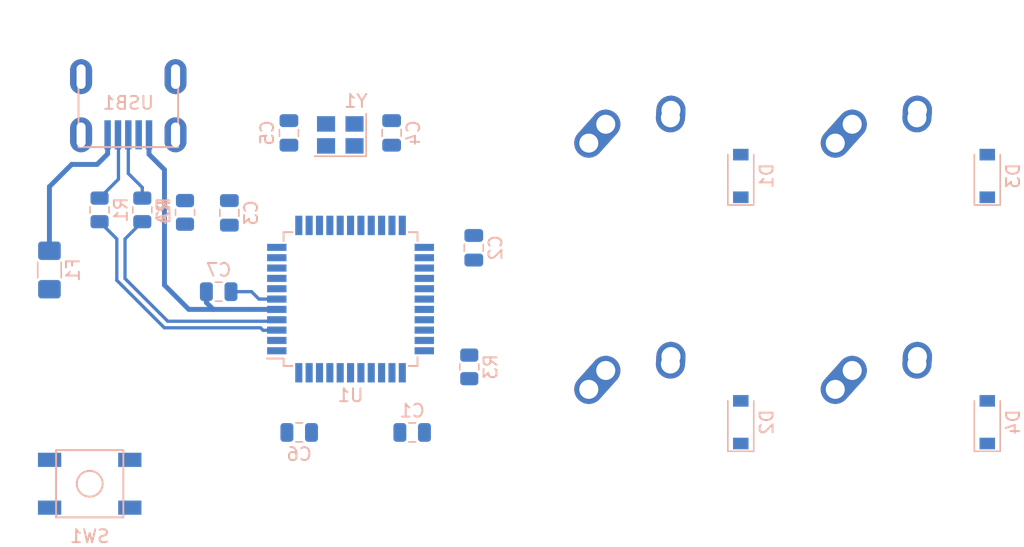
<source format=kicad_pcb>
(kicad_pcb (version 20171130) (host pcbnew "(5.1.10)-1")

  (general
    (thickness 1.6)
    (drawings 8)
    (tracks 34)
    (zones 0)
    (modules 24)
    (nets 49)
  )

  (page A4)
  (layers
    (0 F.Cu signal)
    (31 B.Cu signal)
    (32 B.Adhes user)
    (33 F.Adhes user)
    (34 B.Paste user)
    (35 F.Paste user)
    (36 B.SilkS user)
    (37 F.SilkS user)
    (38 B.Mask user)
    (39 F.Mask user)
    (40 Dwgs.User user)
    (41 Cmts.User user)
    (42 Eco1.User user)
    (43 Eco2.User user)
    (44 Edge.Cuts user)
    (45 Margin user)
    (46 B.CrtYd user)
    (47 F.CrtYd user)
    (48 B.Fab user)
    (49 F.Fab user)
  )

  (setup
    (last_trace_width 0.254)
    (trace_clearance 0.2)
    (zone_clearance 0.508)
    (zone_45_only no)
    (trace_min 0.2)
    (via_size 0.8)
    (via_drill 0.4)
    (via_min_size 0.4)
    (via_min_drill 0.3)
    (uvia_size 0.3)
    (uvia_drill 0.1)
    (uvias_allowed no)
    (uvia_min_size 0.2)
    (uvia_min_drill 0.1)
    (edge_width 0.05)
    (segment_width 0.2)
    (pcb_text_width 0.3)
    (pcb_text_size 1.5 1.5)
    (mod_edge_width 0.12)
    (mod_text_size 1 1)
    (mod_text_width 0.15)
    (pad_size 1.524 1.524)
    (pad_drill 0.762)
    (pad_to_mask_clearance 0)
    (aux_axis_origin 0 0)
    (visible_elements FFFFFF7F)
    (pcbplotparams
      (layerselection 0x010fc_ffffffff)
      (usegerberextensions false)
      (usegerberattributes true)
      (usegerberadvancedattributes true)
      (creategerberjobfile true)
      (excludeedgelayer true)
      (linewidth 0.100000)
      (plotframeref false)
      (viasonmask false)
      (mode 1)
      (useauxorigin false)
      (hpglpennumber 1)
      (hpglpenspeed 20)
      (hpglpendiameter 15.000000)
      (psnegative false)
      (psa4output false)
      (plotreference true)
      (plotvalue true)
      (plotinvisibletext false)
      (padsonsilk false)
      (subtractmaskfromsilk false)
      (outputformat 1)
      (mirror false)
      (drillshape 1)
      (scaleselection 1)
      (outputdirectory ""))
  )

  (net 0 "")
  (net 1 GND)
  (net 2 +5V)
  (net 3 "Net-(C4-Pad1)")
  (net 4 "Net-(C5-Pad1)")
  (net 5 "Net-(C7-Pad1)")
  (net 6 "Net-(D1-Pad2)")
  (net 7 ROW0)
  (net 8 "Net-(D2-Pad2)")
  (net 9 ROW1)
  (net 10 "Net-(D3-Pad2)")
  (net 11 "Net-(D4-Pad2)")
  (net 12 VCC)
  (net 13 COL0)
  (net 14 COL1)
  (net 15 D-)
  (net 16 "Net-(R1-Pad1)")
  (net 17 D+)
  (net 18 "Net-(R2-Pad1)")
  (net 19 "Net-(R3-Pad2)")
  (net 20 "Net-(R4-Pad2)")
  (net 21 "Net-(U1-Pad42)")
  (net 22 "Net-(U1-Pad41)")
  (net 23 "Net-(U1-Pad40)")
  (net 24 "Net-(U1-Pad39)")
  (net 25 "Net-(U1-Pad38)")
  (net 26 "Net-(U1-Pad37)")
  (net 27 "Net-(U1-Pad36)")
  (net 28 "Net-(U1-Pad32)")
  (net 29 "Net-(U1-Pad31)")
  (net 30 "Net-(U1-Pad30)")
  (net 31 "Net-(U1-Pad29)")
  (net 32 "Net-(U1-Pad28)")
  (net 33 "Net-(U1-Pad27)")
  (net 34 "Net-(U1-Pad26)")
  (net 35 "Net-(U1-Pad25)")
  (net 36 "Net-(U1-Pad22)")
  (net 37 "Net-(U1-Pad21)")
  (net 38 "Net-(U1-Pad20)")
  (net 39 "Net-(U1-Pad19)")
  (net 40 "Net-(U1-Pad18)")
  (net 41 "Net-(U1-Pad12)")
  (net 42 "Net-(U1-Pad11)")
  (net 43 "Net-(U1-Pad10)")
  (net 44 "Net-(U1-Pad9)")
  (net 45 "Net-(U1-Pad8)")
  (net 46 "Net-(U1-Pad1)")
  (net 47 "Net-(USB1-Pad2)")
  (net 48 "Net-(USB1-Pad6)")

  (net_class Default "This is the default net class."
    (clearance 0.2)
    (trace_width 0.254)
    (via_dia 0.8)
    (via_drill 0.4)
    (uvia_dia 0.3)
    (uvia_drill 0.1)
    (add_net COL0)
    (add_net COL1)
    (add_net D+)
    (add_net D-)
    (add_net "Net-(C4-Pad1)")
    (add_net "Net-(C5-Pad1)")
    (add_net "Net-(C7-Pad1)")
    (add_net "Net-(D1-Pad2)")
    (add_net "Net-(D2-Pad2)")
    (add_net "Net-(D3-Pad2)")
    (add_net "Net-(D4-Pad2)")
    (add_net "Net-(R1-Pad1)")
    (add_net "Net-(R2-Pad1)")
    (add_net "Net-(R3-Pad2)")
    (add_net "Net-(R4-Pad2)")
    (add_net "Net-(U1-Pad1)")
    (add_net "Net-(U1-Pad10)")
    (add_net "Net-(U1-Pad11)")
    (add_net "Net-(U1-Pad12)")
    (add_net "Net-(U1-Pad18)")
    (add_net "Net-(U1-Pad19)")
    (add_net "Net-(U1-Pad20)")
    (add_net "Net-(U1-Pad21)")
    (add_net "Net-(U1-Pad22)")
    (add_net "Net-(U1-Pad25)")
    (add_net "Net-(U1-Pad26)")
    (add_net "Net-(U1-Pad27)")
    (add_net "Net-(U1-Pad28)")
    (add_net "Net-(U1-Pad29)")
    (add_net "Net-(U1-Pad30)")
    (add_net "Net-(U1-Pad31)")
    (add_net "Net-(U1-Pad32)")
    (add_net "Net-(U1-Pad36)")
    (add_net "Net-(U1-Pad37)")
    (add_net "Net-(U1-Pad38)")
    (add_net "Net-(U1-Pad39)")
    (add_net "Net-(U1-Pad40)")
    (add_net "Net-(U1-Pad41)")
    (add_net "Net-(U1-Pad42)")
    (add_net "Net-(U1-Pad8)")
    (add_net "Net-(U1-Pad9)")
    (add_net "Net-(USB1-Pad2)")
    (add_net "Net-(USB1-Pad6)")
    (add_net ROW0)
    (add_net ROW1)
  )

  (net_class Power ""
    (clearance 0.2)
    (trace_width 0.381)
    (via_dia 0.8)
    (via_drill 0.4)
    (uvia_dia 0.3)
    (uvia_drill 0.1)
    (add_net +5V)
    (add_net GND)
    (add_net VCC)
  )

  (module Crystal:Crystal_SMD_3225-4Pin_3.2x2.5mm (layer B.Cu) (tedit 5A0FD1B2) (tstamp 650E2601)
    (at 67.5005 55.499 180)
    (descr "SMD Crystal SERIES SMD3225/4 http://www.txccrystal.com/images/pdf/7m-accuracy.pdf, 3.2x2.5mm^2 package")
    (tags "SMD SMT crystal")
    (path /650F9644)
    (attr smd)
    (fp_text reference Y1 (at -1.19375 2.62) (layer B.SilkS)
      (effects (font (size 1 1) (thickness 0.15)) (justify mirror))
    )
    (fp_text value 16MHz (at 0 -2.45) (layer B.Fab)
      (effects (font (size 1 1) (thickness 0.15)) (justify mirror))
    )
    (fp_text user %R (at 0 0) (layer B.Fab)
      (effects (font (size 0.7 0.7) (thickness 0.105)) (justify mirror))
    )
    (fp_line (start -1.6 1.25) (end -1.6 -1.25) (layer B.Fab) (width 0.1))
    (fp_line (start -1.6 -1.25) (end 1.6 -1.25) (layer B.Fab) (width 0.1))
    (fp_line (start 1.6 -1.25) (end 1.6 1.25) (layer B.Fab) (width 0.1))
    (fp_line (start 1.6 1.25) (end -1.6 1.25) (layer B.Fab) (width 0.1))
    (fp_line (start -1.6 -0.25) (end -0.6 -1.25) (layer B.Fab) (width 0.1))
    (fp_line (start -2 1.65) (end -2 -1.65) (layer B.SilkS) (width 0.12))
    (fp_line (start -2 -1.65) (end 2 -1.65) (layer B.SilkS) (width 0.12))
    (fp_line (start -2.1 1.7) (end -2.1 -1.7) (layer B.CrtYd) (width 0.05))
    (fp_line (start -2.1 -1.7) (end 2.1 -1.7) (layer B.CrtYd) (width 0.05))
    (fp_line (start 2.1 -1.7) (end 2.1 1.7) (layer B.CrtYd) (width 0.05))
    (fp_line (start 2.1 1.7) (end -2.1 1.7) (layer B.CrtYd) (width 0.05))
    (pad 4 smd rect (at -1.1 0.85 180) (size 1.4 1.2) (layers B.Cu B.Paste B.Mask)
      (net 1 GND))
    (pad 3 smd rect (at 1.1 0.85 180) (size 1.4 1.2) (layers B.Cu B.Paste B.Mask)
      (net 4 "Net-(C5-Pad1)"))
    (pad 2 smd rect (at 1.1 -0.85 180) (size 1.4 1.2) (layers B.Cu B.Paste B.Mask)
      (net 1 GND))
    (pad 1 smd rect (at -1.1 -0.85 180) (size 1.4 1.2) (layers B.Cu B.Paste B.Mask)
      (net 3 "Net-(C4-Pad1)"))
    (model ${KISYS3DMOD}/Crystal.3dshapes/Crystal_SMD_3225-4Pin_3.2x2.5mm.wrl
      (at (xyz 0 0 0))
      (scale (xyz 1 1 1))
      (rotate (xyz 0 0 0))
    )
  )

  (module random-keyboard-parts:Molex-0548190589 (layer B.Cu) (tedit 5C494815) (tstamp 650E25ED)
    (at 51.1175 50.9905 270)
    (path /65126707)
    (attr smd)
    (fp_text reference USB1 (at 2.032 0) (layer B.SilkS)
      (effects (font (size 1 1) (thickness 0.15)) (justify mirror))
    )
    (fp_text value Molex-0548190589 (at -5.08 0) (layer Dwgs.User)
      (effects (font (size 1 1) (thickness 0.15)))
    )
    (fp_text user %R (at 2 0) (layer B.CrtYd)
      (effects (font (size 1 1) (thickness 0.15)) (justify mirror))
    )
    (fp_line (start -3.75 3.85) (end -3.75 -3.85) (layer Dwgs.User) (width 0.15))
    (fp_line (start -1.75 4.572) (end -1.75 -4.572) (layer Dwgs.User) (width 0.15))
    (fp_line (start -3.75 -3.85) (end 0 -3.85) (layer Dwgs.User) (width 0.15))
    (fp_line (start -3.75 3.85) (end 0 3.85) (layer Dwgs.User) (width 0.15))
    (fp_line (start 5.45 3.85) (end 5.45 -3.85) (layer B.SilkS) (width 0.15))
    (fp_line (start 0 -3.85) (end 5.45 -3.85) (layer B.SilkS) (width 0.15))
    (fp_line (start 0 3.85) (end 5.45 3.85) (layer B.SilkS) (width 0.15))
    (fp_line (start -3.75 3.75) (end 5.5 3.75) (layer B.CrtYd) (width 0.15))
    (fp_line (start 5.5 3.75) (end 5.5 -3.75) (layer B.CrtYd) (width 0.15))
    (fp_line (start 5.5 -3.75) (end -3.75 -3.75) (layer B.CrtYd) (width 0.15))
    (fp_line (start -3.75 -3.75) (end -3.75 3.75) (layer B.CrtYd) (width 0.15))
    (fp_line (start 5.5 2) (end 3.25 2) (layer B.CrtYd) (width 0.15))
    (fp_line (start 3.25 2) (end 3.25 -2) (layer B.CrtYd) (width 0.15))
    (fp_line (start 3.25 -2) (end 5.5 -2) (layer B.CrtYd) (width 0.15))
    (fp_line (start 5.5 -1.25) (end 3.25 -1.25) (layer B.CrtYd) (width 0.15))
    (fp_line (start 3.25 -0.5) (end 5.5 -0.5) (layer B.CrtYd) (width 0.15))
    (fp_line (start 5.5 0.5) (end 3.25 0.5) (layer B.CrtYd) (width 0.15))
    (fp_line (start 3.25 1.25) (end 5.5 1.25) (layer B.CrtYd) (width 0.15))
    (pad 6 thru_hole oval (at 0 3.65 270) (size 2.7 1.7) (drill oval 1.9 0.7) (layers *.Cu *.Mask)
      (net 48 "Net-(USB1-Pad6)"))
    (pad 6 thru_hole oval (at 0 -3.65 270) (size 2.7 1.7) (drill oval 1.9 0.7) (layers *.Cu *.Mask)
      (net 48 "Net-(USB1-Pad6)"))
    (pad 6 thru_hole oval (at 4.5 -3.65 270) (size 2.7 1.7) (drill oval 1.9 0.7) (layers *.Cu *.Mask)
      (net 48 "Net-(USB1-Pad6)"))
    (pad 6 thru_hole oval (at 4.5 3.65 270) (size 2.7 1.7) (drill oval 1.9 0.7) (layers *.Cu *.Mask)
      (net 48 "Net-(USB1-Pad6)"))
    (pad 5 smd rect (at 4.5 1.6 270) (size 2.25 0.5) (layers B.Cu B.Paste B.Mask)
      (net 12 VCC))
    (pad 4 smd rect (at 4.5 0.8 270) (size 2.25 0.5) (layers B.Cu B.Paste B.Mask)
      (net 15 D-))
    (pad 3 smd rect (at 4.5 0 270) (size 2.25 0.5) (layers B.Cu B.Paste B.Mask)
      (net 17 D+))
    (pad 2 smd rect (at 4.5 -0.8 270) (size 2.25 0.5) (layers B.Cu B.Paste B.Mask)
      (net 47 "Net-(USB1-Pad2)"))
    (pad 1 smd rect (at 4.5 -1.6 270) (size 2.25 0.5) (layers B.Cu B.Paste B.Mask)
      (net 1 GND))
  )

  (module Package_QFP:TQFP-44_10x10mm_P0.8mm (layer B.Cu) (tedit 5A02F146) (tstamp 650E25CD)
    (at 68.29425 68.199)
    (descr "44-Lead Plastic Thin Quad Flatpack (PT) - 10x10x1.0 mm Body [TQFP] (see Microchip Packaging Specification 00000049BS.pdf)")
    (tags "QFP 0.8")
    (path /650DBAC1)
    (attr smd)
    (fp_text reference U1 (at 0 7.45) (layer B.SilkS)
      (effects (font (size 1 1) (thickness 0.15)) (justify mirror))
    )
    (fp_text value ATmega32U4-AU (at 0 -7.45) (layer B.Fab)
      (effects (font (size 1 1) (thickness 0.15)) (justify mirror))
    )
    (fp_text user %R (at 0 0 90) (layer B.Fab)
      (effects (font (size 1 1) (thickness 0.15)) (justify mirror))
    )
    (fp_line (start -4 5) (end 5 5) (layer B.Fab) (width 0.15))
    (fp_line (start 5 5) (end 5 -5) (layer B.Fab) (width 0.15))
    (fp_line (start 5 -5) (end -5 -5) (layer B.Fab) (width 0.15))
    (fp_line (start -5 -5) (end -5 4) (layer B.Fab) (width 0.15))
    (fp_line (start -5 4) (end -4 5) (layer B.Fab) (width 0.15))
    (fp_line (start -6.7 6.7) (end -6.7 -6.7) (layer B.CrtYd) (width 0.05))
    (fp_line (start 6.7 6.7) (end 6.7 -6.7) (layer B.CrtYd) (width 0.05))
    (fp_line (start -6.7 6.7) (end 6.7 6.7) (layer B.CrtYd) (width 0.05))
    (fp_line (start -6.7 -6.7) (end 6.7 -6.7) (layer B.CrtYd) (width 0.05))
    (fp_line (start -5.175 5.175) (end -5.175 4.6) (layer B.SilkS) (width 0.15))
    (fp_line (start 5.175 5.175) (end 5.175 4.5) (layer B.SilkS) (width 0.15))
    (fp_line (start 5.175 -5.175) (end 5.175 -4.5) (layer B.SilkS) (width 0.15))
    (fp_line (start -5.175 -5.175) (end -5.175 -4.5) (layer B.SilkS) (width 0.15))
    (fp_line (start -5.175 5.175) (end -4.5 5.175) (layer B.SilkS) (width 0.15))
    (fp_line (start -5.175 -5.175) (end -4.5 -5.175) (layer B.SilkS) (width 0.15))
    (fp_line (start 5.175 -5.175) (end 4.5 -5.175) (layer B.SilkS) (width 0.15))
    (fp_line (start 5.175 5.175) (end 4.5 5.175) (layer B.SilkS) (width 0.15))
    (fp_line (start -5.175 4.6) (end -6.45 4.6) (layer B.SilkS) (width 0.15))
    (pad 44 smd rect (at -4 5.7 270) (size 1.5 0.55) (layers B.Cu B.Paste B.Mask)
      (net 2 +5V))
    (pad 43 smd rect (at -3.2 5.7 270) (size 1.5 0.55) (layers B.Cu B.Paste B.Mask)
      (net 1 GND))
    (pad 42 smd rect (at -2.4 5.7 270) (size 1.5 0.55) (layers B.Cu B.Paste B.Mask)
      (net 21 "Net-(U1-Pad42)"))
    (pad 41 smd rect (at -1.6 5.7 270) (size 1.5 0.55) (layers B.Cu B.Paste B.Mask)
      (net 22 "Net-(U1-Pad41)"))
    (pad 40 smd rect (at -0.8 5.7 270) (size 1.5 0.55) (layers B.Cu B.Paste B.Mask)
      (net 23 "Net-(U1-Pad40)"))
    (pad 39 smd rect (at 0 5.7 270) (size 1.5 0.55) (layers B.Cu B.Paste B.Mask)
      (net 24 "Net-(U1-Pad39)"))
    (pad 38 smd rect (at 0.8 5.7 270) (size 1.5 0.55) (layers B.Cu B.Paste B.Mask)
      (net 25 "Net-(U1-Pad38)"))
    (pad 37 smd rect (at 1.6 5.7 270) (size 1.5 0.55) (layers B.Cu B.Paste B.Mask)
      (net 26 "Net-(U1-Pad37)"))
    (pad 36 smd rect (at 2.4 5.7 270) (size 1.5 0.55) (layers B.Cu B.Paste B.Mask)
      (net 27 "Net-(U1-Pad36)"))
    (pad 35 smd rect (at 3.2 5.7 270) (size 1.5 0.55) (layers B.Cu B.Paste B.Mask)
      (net 1 GND))
    (pad 34 smd rect (at 4 5.7 270) (size 1.5 0.55) (layers B.Cu B.Paste B.Mask)
      (net 2 +5V))
    (pad 33 smd rect (at 5.7 4) (size 1.5 0.55) (layers B.Cu B.Paste B.Mask)
      (net 20 "Net-(R4-Pad2)"))
    (pad 32 smd rect (at 5.7 3.2) (size 1.5 0.55) (layers B.Cu B.Paste B.Mask)
      (net 28 "Net-(U1-Pad32)"))
    (pad 31 smd rect (at 5.7 2.4) (size 1.5 0.55) (layers B.Cu B.Paste B.Mask)
      (net 29 "Net-(U1-Pad31)"))
    (pad 30 smd rect (at 5.7 1.6) (size 1.5 0.55) (layers B.Cu B.Paste B.Mask)
      (net 30 "Net-(U1-Pad30)"))
    (pad 29 smd rect (at 5.7 0.8) (size 1.5 0.55) (layers B.Cu B.Paste B.Mask)
      (net 31 "Net-(U1-Pad29)"))
    (pad 28 smd rect (at 5.7 0) (size 1.5 0.55) (layers B.Cu B.Paste B.Mask)
      (net 32 "Net-(U1-Pad28)"))
    (pad 27 smd rect (at 5.7 -0.8) (size 1.5 0.55) (layers B.Cu B.Paste B.Mask)
      (net 33 "Net-(U1-Pad27)"))
    (pad 26 smd rect (at 5.7 -1.6) (size 1.5 0.55) (layers B.Cu B.Paste B.Mask)
      (net 34 "Net-(U1-Pad26)"))
    (pad 25 smd rect (at 5.7 -2.4) (size 1.5 0.55) (layers B.Cu B.Paste B.Mask)
      (net 35 "Net-(U1-Pad25)"))
    (pad 24 smd rect (at 5.7 -3.2) (size 1.5 0.55) (layers B.Cu B.Paste B.Mask)
      (net 2 +5V))
    (pad 23 smd rect (at 5.7 -4) (size 1.5 0.55) (layers B.Cu B.Paste B.Mask)
      (net 1 GND))
    (pad 22 smd rect (at 4 -5.7 270) (size 1.5 0.55) (layers B.Cu B.Paste B.Mask)
      (net 36 "Net-(U1-Pad22)"))
    (pad 21 smd rect (at 3.2 -5.7 270) (size 1.5 0.55) (layers B.Cu B.Paste B.Mask)
      (net 37 "Net-(U1-Pad21)"))
    (pad 20 smd rect (at 2.4 -5.7 270) (size 1.5 0.55) (layers B.Cu B.Paste B.Mask)
      (net 38 "Net-(U1-Pad20)"))
    (pad 19 smd rect (at 1.6 -5.7 270) (size 1.5 0.55) (layers B.Cu B.Paste B.Mask)
      (net 39 "Net-(U1-Pad19)"))
    (pad 18 smd rect (at 0.8 -5.7 270) (size 1.5 0.55) (layers B.Cu B.Paste B.Mask)
      (net 40 "Net-(U1-Pad18)"))
    (pad 17 smd rect (at 0 -5.7 270) (size 1.5 0.55) (layers B.Cu B.Paste B.Mask)
      (net 3 "Net-(C4-Pad1)"))
    (pad 16 smd rect (at -0.8 -5.7 270) (size 1.5 0.55) (layers B.Cu B.Paste B.Mask)
      (net 4 "Net-(C5-Pad1)"))
    (pad 15 smd rect (at -1.6 -5.7 270) (size 1.5 0.55) (layers B.Cu B.Paste B.Mask)
      (net 1 GND))
    (pad 14 smd rect (at -2.4 -5.7 270) (size 1.5 0.55) (layers B.Cu B.Paste B.Mask)
      (net 2 +5V))
    (pad 13 smd rect (at -3.2 -5.7 270) (size 1.5 0.55) (layers B.Cu B.Paste B.Mask)
      (net 19 "Net-(R3-Pad2)"))
    (pad 12 smd rect (at -4 -5.7 270) (size 1.5 0.55) (layers B.Cu B.Paste B.Mask)
      (net 41 "Net-(U1-Pad12)"))
    (pad 11 smd rect (at -5.7 -4) (size 1.5 0.55) (layers B.Cu B.Paste B.Mask)
      (net 42 "Net-(U1-Pad11)"))
    (pad 10 smd rect (at -5.7 -3.2) (size 1.5 0.55) (layers B.Cu B.Paste B.Mask)
      (net 43 "Net-(U1-Pad10)"))
    (pad 9 smd rect (at -5.7 -2.4) (size 1.5 0.55) (layers B.Cu B.Paste B.Mask)
      (net 44 "Net-(U1-Pad9)"))
    (pad 8 smd rect (at -5.7 -1.6) (size 1.5 0.55) (layers B.Cu B.Paste B.Mask)
      (net 45 "Net-(U1-Pad8)"))
    (pad 7 smd rect (at -5.7 -0.8) (size 1.5 0.55) (layers B.Cu B.Paste B.Mask)
      (net 2 +5V))
    (pad 6 smd rect (at -5.7 0) (size 1.5 0.55) (layers B.Cu B.Paste B.Mask)
      (net 5 "Net-(C7-Pad1)"))
    (pad 5 smd rect (at -5.7 0.8) (size 1.5 0.55) (layers B.Cu B.Paste B.Mask)
      (net 1 GND))
    (pad 4 smd rect (at -5.7 1.6) (size 1.5 0.55) (layers B.Cu B.Paste B.Mask)
      (net 18 "Net-(R2-Pad1)"))
    (pad 3 smd rect (at -5.7 2.4) (size 1.5 0.55) (layers B.Cu B.Paste B.Mask)
      (net 16 "Net-(R1-Pad1)"))
    (pad 2 smd rect (at -5.7 3.2) (size 1.5 0.55) (layers B.Cu B.Paste B.Mask)
      (net 2 +5V))
    (pad 1 smd rect (at -5.7 4) (size 1.5 0.55) (layers B.Cu B.Paste B.Mask)
      (net 46 "Net-(U1-Pad1)"))
    (model ${KISYS3DMOD}/Package_QFP.3dshapes/TQFP-44_10x10mm_P0.8mm.wrl
      (at (xyz 0 0 0))
      (scale (xyz 1 1 1))
      (rotate (xyz 0 0 0))
    )
  )

  (module random-keyboard-parts:SKQG-1155865 (layer B.Cu) (tedit 5E62B398) (tstamp 650E258A)
    (at 48.133 82.4865 180)
    (path /6510C28A)
    (attr smd)
    (fp_text reference SW1 (at 0 -4.064) (layer B.SilkS)
      (effects (font (size 1 1) (thickness 0.15)) (justify mirror))
    )
    (fp_text value SW_Push (at 0 4.064) (layer B.Fab)
      (effects (font (size 1 1) (thickness 0.15)) (justify mirror))
    )
    (fp_line (start -2.6 -1.1) (end -1.1 -2.6) (layer B.Fab) (width 0.15))
    (fp_line (start 2.6 -1.1) (end 1.1 -2.6) (layer B.Fab) (width 0.15))
    (fp_line (start 2.6 1.1) (end 1.1 2.6) (layer B.Fab) (width 0.15))
    (fp_line (start -2.6 1.1) (end -1.1 2.6) (layer B.Fab) (width 0.15))
    (fp_circle (center 0 0) (end 1 0) (layer B.Fab) (width 0.15))
    (fp_line (start -4.2 1.1) (end -4.2 2.6) (layer B.Fab) (width 0.15))
    (fp_line (start -2.6 1.1) (end -4.2 1.1) (layer B.Fab) (width 0.15))
    (fp_line (start -2.6 -1.1) (end -2.6 1.1) (layer B.Fab) (width 0.15))
    (fp_line (start -4.2 -1.1) (end -2.6 -1.1) (layer B.Fab) (width 0.15))
    (fp_line (start -4.2 -2.6) (end -4.2 -1.1) (layer B.Fab) (width 0.15))
    (fp_line (start 4.2 -2.6) (end -4.2 -2.6) (layer B.Fab) (width 0.15))
    (fp_line (start 4.2 -1.1) (end 4.2 -2.6) (layer B.Fab) (width 0.15))
    (fp_line (start 2.6 -1.1) (end 4.2 -1.1) (layer B.Fab) (width 0.15))
    (fp_line (start 2.6 1.1) (end 2.6 -1.1) (layer B.Fab) (width 0.15))
    (fp_line (start 4.2 1.1) (end 2.6 1.1) (layer B.Fab) (width 0.15))
    (fp_line (start 4.2 2.6) (end 4.2 1.2) (layer B.Fab) (width 0.15))
    (fp_line (start -4.2 2.6) (end 4.2 2.6) (layer B.Fab) (width 0.15))
    (fp_circle (center 0 0) (end 1 0) (layer B.SilkS) (width 0.15))
    (fp_line (start -2.6 -2.6) (end -2.6 2.6) (layer B.SilkS) (width 0.15))
    (fp_line (start 2.6 -2.6) (end -2.6 -2.6) (layer B.SilkS) (width 0.15))
    (fp_line (start 2.6 2.6) (end 2.6 -2.6) (layer B.SilkS) (width 0.15))
    (fp_line (start -2.6 2.6) (end 2.6 2.6) (layer B.SilkS) (width 0.15))
    (pad 4 smd rect (at -3.1 -1.85 180) (size 1.8 1.1) (layers B.Cu B.Paste B.Mask))
    (pad 3 smd rect (at 3.1 1.85 180) (size 1.8 1.1) (layers B.Cu B.Paste B.Mask))
    (pad 2 smd rect (at -3.1 1.85 180) (size 1.8 1.1) (layers B.Cu B.Paste B.Mask)
      (net 19 "Net-(R3-Pad2)"))
    (pad 1 smd rect (at 3.1 -1.85 180) (size 1.8 1.1) (layers B.Cu B.Paste B.Mask)
      (net 1 GND))
    (model ${KISYS3DMOD}/Button_Switch_SMD.3dshapes/SW_SPST_TL3342.step
      (at (xyz 0 0 0))
      (scale (xyz 1 1 1))
      (rotate (xyz 0 0 0))
    )
  )

  (module Resistor_SMD:R_0805_2012Metric (layer B.Cu) (tedit 5F68FEEE) (tstamp 650E47CA)
    (at 55.499 61.4915 270)
    (descr "Resistor SMD 0805 (2012 Metric), square (rectangular) end terminal, IPC_7351 nominal, (Body size source: IPC-SM-782 page 72, https://www.pcb-3d.com/wordpress/wp-content/uploads/ipc-sm-782a_amendment_1_and_2.pdf), generated with kicad-footprint-generator")
    (tags resistor)
    (path /650E632F)
    (attr smd)
    (fp_text reference R4 (at 0 1.65 270) (layer B.SilkS)
      (effects (font (size 1 1) (thickness 0.15)) (justify mirror))
    )
    (fp_text value 10k (at 0 -1.65 270) (layer B.Fab)
      (effects (font (size 1 1) (thickness 0.15)) (justify mirror))
    )
    (fp_text user %R (at 0 0 270) (layer B.Fab)
      (effects (font (size 0.5 0.5) (thickness 0.08)) (justify mirror))
    )
    (fp_line (start -1 -0.625) (end -1 0.625) (layer B.Fab) (width 0.1))
    (fp_line (start -1 0.625) (end 1 0.625) (layer B.Fab) (width 0.1))
    (fp_line (start 1 0.625) (end 1 -0.625) (layer B.Fab) (width 0.1))
    (fp_line (start 1 -0.625) (end -1 -0.625) (layer B.Fab) (width 0.1))
    (fp_line (start -0.227064 0.735) (end 0.227064 0.735) (layer B.SilkS) (width 0.12))
    (fp_line (start -0.227064 -0.735) (end 0.227064 -0.735) (layer B.SilkS) (width 0.12))
    (fp_line (start -1.68 -0.95) (end -1.68 0.95) (layer B.CrtYd) (width 0.05))
    (fp_line (start -1.68 0.95) (end 1.68 0.95) (layer B.CrtYd) (width 0.05))
    (fp_line (start 1.68 0.95) (end 1.68 -0.95) (layer B.CrtYd) (width 0.05))
    (fp_line (start 1.68 -0.95) (end -1.68 -0.95) (layer B.CrtYd) (width 0.05))
    (pad 2 smd roundrect (at 0.9125 0 270) (size 1.025 1.4) (layers B.Cu B.Paste B.Mask) (roundrect_rratio 0.243902)
      (net 20 "Net-(R4-Pad2)"))
    (pad 1 smd roundrect (at -0.9125 0 270) (size 1.025 1.4) (layers B.Cu B.Paste B.Mask) (roundrect_rratio 0.243902)
      (net 1 GND))
    (model ${KISYS3DMOD}/Resistor_SMD.3dshapes/R_0805_2012Metric.wrl
      (at (xyz 0 0 0))
      (scale (xyz 1 1 1))
      (rotate (xyz 0 0 0))
    )
  )

  (module Resistor_SMD:R_0805_2012Metric (layer B.Cu) (tedit 5F68FEEE) (tstamp 650E4C0A)
    (at 77.47 73.446 90)
    (descr "Resistor SMD 0805 (2012 Metric), square (rectangular) end terminal, IPC_7351 nominal, (Body size source: IPC-SM-782 page 72, https://www.pcb-3d.com/wordpress/wp-content/uploads/ipc-sm-782a_amendment_1_and_2.pdf), generated with kicad-footprint-generator")
    (tags resistor)
    (path /6511089A)
    (attr smd)
    (fp_text reference R3 (at 0 1.65 90) (layer B.SilkS)
      (effects (font (size 1 1) (thickness 0.15)) (justify mirror))
    )
    (fp_text value 10k (at 0 -1.65 90) (layer B.Fab)
      (effects (font (size 1 1) (thickness 0.15)) (justify mirror))
    )
    (fp_text user %R (at 0 0 90) (layer B.Fab)
      (effects (font (size 0.5 0.5) (thickness 0.08)) (justify mirror))
    )
    (fp_line (start -1 -0.625) (end -1 0.625) (layer B.Fab) (width 0.1))
    (fp_line (start -1 0.625) (end 1 0.625) (layer B.Fab) (width 0.1))
    (fp_line (start 1 0.625) (end 1 -0.625) (layer B.Fab) (width 0.1))
    (fp_line (start 1 -0.625) (end -1 -0.625) (layer B.Fab) (width 0.1))
    (fp_line (start -0.227064 0.735) (end 0.227064 0.735) (layer B.SilkS) (width 0.12))
    (fp_line (start -0.227064 -0.735) (end 0.227064 -0.735) (layer B.SilkS) (width 0.12))
    (fp_line (start -1.68 -0.95) (end -1.68 0.95) (layer B.CrtYd) (width 0.05))
    (fp_line (start -1.68 0.95) (end 1.68 0.95) (layer B.CrtYd) (width 0.05))
    (fp_line (start 1.68 0.95) (end 1.68 -0.95) (layer B.CrtYd) (width 0.05))
    (fp_line (start 1.68 -0.95) (end -1.68 -0.95) (layer B.CrtYd) (width 0.05))
    (pad 2 smd roundrect (at 0.9125 0 90) (size 1.025 1.4) (layers B.Cu B.Paste B.Mask) (roundrect_rratio 0.243902)
      (net 19 "Net-(R3-Pad2)"))
    (pad 1 smd roundrect (at -0.9125 0 90) (size 1.025 1.4) (layers B.Cu B.Paste B.Mask) (roundrect_rratio 0.243902)
      (net 2 +5V))
    (model ${KISYS3DMOD}/Resistor_SMD.3dshapes/R_0805_2012Metric.wrl
      (at (xyz 0 0 0))
      (scale (xyz 1 1 1))
      (rotate (xyz 0 0 0))
    )
  )

  (module Resistor_SMD:R_0805_2012Metric (layer B.Cu) (tedit 5F68FEEE) (tstamp 650E347A)
    (at 52.197 61.301 90)
    (descr "Resistor SMD 0805 (2012 Metric), square (rectangular) end terminal, IPC_7351 nominal, (Body size source: IPC-SM-782 page 72, https://www.pcb-3d.com/wordpress/wp-content/uploads/ipc-sm-782a_amendment_1_and_2.pdf), generated with kicad-footprint-generator")
    (tags resistor)
    (path /650E86CD)
    (attr smd)
    (fp_text reference R2 (at 0 1.65 270) (layer B.SilkS)
      (effects (font (size 1 1) (thickness 0.15)) (justify mirror))
    )
    (fp_text value 22 (at 0 -1.65 270) (layer B.Fab)
      (effects (font (size 1 1) (thickness 0.15)) (justify mirror))
    )
    (fp_text user %R (at 0 0 180) (layer B.Fab)
      (effects (font (size 0.5 0.5) (thickness 0.08)) (justify mirror))
    )
    (fp_line (start -1 -0.625) (end -1 0.625) (layer B.Fab) (width 0.1))
    (fp_line (start -1 0.625) (end 1 0.625) (layer B.Fab) (width 0.1))
    (fp_line (start 1 0.625) (end 1 -0.625) (layer B.Fab) (width 0.1))
    (fp_line (start 1 -0.625) (end -1 -0.625) (layer B.Fab) (width 0.1))
    (fp_line (start -0.227064 0.735) (end 0.227064 0.735) (layer B.SilkS) (width 0.12))
    (fp_line (start -0.227064 -0.735) (end 0.227064 -0.735) (layer B.SilkS) (width 0.12))
    (fp_line (start -1.68 -0.95) (end -1.68 0.95) (layer B.CrtYd) (width 0.05))
    (fp_line (start -1.68 0.95) (end 1.68 0.95) (layer B.CrtYd) (width 0.05))
    (fp_line (start 1.68 0.95) (end 1.68 -0.95) (layer B.CrtYd) (width 0.05))
    (fp_line (start 1.68 -0.95) (end -1.68 -0.95) (layer B.CrtYd) (width 0.05))
    (pad 2 smd roundrect (at 0.9125 0 90) (size 1.025 1.4) (layers B.Cu B.Paste B.Mask) (roundrect_rratio 0.243902)
      (net 17 D+))
    (pad 1 smd roundrect (at -0.9125 0 90) (size 1.025 1.4) (layers B.Cu B.Paste B.Mask) (roundrect_rratio 0.243902)
      (net 18 "Net-(R2-Pad1)"))
    (model ${KISYS3DMOD}/Resistor_SMD.3dshapes/R_0805_2012Metric.wrl
      (at (xyz 0 0 0))
      (scale (xyz 1 1 1))
      (rotate (xyz 0 0 0))
    )
  )

  (module Resistor_SMD:R_0805_2012Metric (layer B.Cu) (tedit 5F68FEEE) (tstamp 650E55F7)
    (at 48.895 61.301 90)
    (descr "Resistor SMD 0805 (2012 Metric), square (rectangular) end terminal, IPC_7351 nominal, (Body size source: IPC-SM-782 page 72, https://www.pcb-3d.com/wordpress/wp-content/uploads/ipc-sm-782a_amendment_1_and_2.pdf), generated with kicad-footprint-generator")
    (tags resistor)
    (path /650E8B2A)
    (attr smd)
    (fp_text reference R1 (at 0 1.65 270) (layer B.SilkS)
      (effects (font (size 1 1) (thickness 0.15)) (justify mirror))
    )
    (fp_text value 22 (at 0 -1.65 270) (layer B.Fab)
      (effects (font (size 1 1) (thickness 0.15)) (justify mirror))
    )
    (fp_text user %R (at 0 0 270) (layer B.Fab)
      (effects (font (size 0.5 0.5) (thickness 0.08)) (justify mirror))
    )
    (fp_line (start -1 -0.625) (end -1 0.625) (layer B.Fab) (width 0.1))
    (fp_line (start -1 0.625) (end 1 0.625) (layer B.Fab) (width 0.1))
    (fp_line (start 1 0.625) (end 1 -0.625) (layer B.Fab) (width 0.1))
    (fp_line (start 1 -0.625) (end -1 -0.625) (layer B.Fab) (width 0.1))
    (fp_line (start -0.227064 0.735) (end 0.227064 0.735) (layer B.SilkS) (width 0.12))
    (fp_line (start -0.227064 -0.735) (end 0.227064 -0.735) (layer B.SilkS) (width 0.12))
    (fp_line (start -1.68 -0.95) (end -1.68 0.95) (layer B.CrtYd) (width 0.05))
    (fp_line (start -1.68 0.95) (end 1.68 0.95) (layer B.CrtYd) (width 0.05))
    (fp_line (start 1.68 0.95) (end 1.68 -0.95) (layer B.CrtYd) (width 0.05))
    (fp_line (start 1.68 -0.95) (end -1.68 -0.95) (layer B.CrtYd) (width 0.05))
    (pad 2 smd roundrect (at 0.9125 0 90) (size 1.025 1.4) (layers B.Cu B.Paste B.Mask) (roundrect_rratio 0.243902)
      (net 15 D-))
    (pad 1 smd roundrect (at -0.9125 0 90) (size 1.025 1.4) (layers B.Cu B.Paste B.Mask) (roundrect_rratio 0.243902)
      (net 16 "Net-(R1-Pad1)"))
    (model ${KISYS3DMOD}/Resistor_SMD.3dshapes/R_0805_2012Metric.wrl
      (at (xyz 0 0 0))
      (scale (xyz 1 1 1))
      (rotate (xyz 0 0 0))
    )
  )

  (module MX_Alps_Hybrid:MX-1U-NoLED (layer F.Cu) (tedit 5A9F5203) (tstamp 650E2528)
    (at 109.56925 77.724)
    (path /6513CC5C)
    (fp_text reference MX4 (at 0 3.175) (layer Dwgs.User)
      (effects (font (size 1 1) (thickness 0.15)))
    )
    (fp_text value MX-NoLED (at 0 -7.9375) (layer Dwgs.User)
      (effects (font (size 1 1) (thickness 0.15)))
    )
    (fp_line (start 5 -7) (end 7 -7) (layer Dwgs.User) (width 0.15))
    (fp_line (start 7 -7) (end 7 -5) (layer Dwgs.User) (width 0.15))
    (fp_line (start 5 7) (end 7 7) (layer Dwgs.User) (width 0.15))
    (fp_line (start 7 7) (end 7 5) (layer Dwgs.User) (width 0.15))
    (fp_line (start -7 5) (end -7 7) (layer Dwgs.User) (width 0.15))
    (fp_line (start -7 7) (end -5 7) (layer Dwgs.User) (width 0.15))
    (fp_line (start -5 -7) (end -7 -7) (layer Dwgs.User) (width 0.15))
    (fp_line (start -7 -7) (end -7 -5) (layer Dwgs.User) (width 0.15))
    (fp_line (start -9.525 -9.525) (end 9.525 -9.525) (layer Dwgs.User) (width 0.15))
    (fp_line (start 9.525 -9.525) (end 9.525 9.525) (layer Dwgs.User) (width 0.15))
    (fp_line (start 9.525 9.525) (end -9.525 9.525) (layer Dwgs.User) (width 0.15))
    (fp_line (start -9.525 9.525) (end -9.525 -9.525) (layer Dwgs.User) (width 0.15))
    (pad "" np_thru_hole circle (at 5.08 0 48.0996) (size 1.75 1.75) (drill 1.75) (layers *.Cu *.Mask))
    (pad "" np_thru_hole circle (at -5.08 0 48.0996) (size 1.75 1.75) (drill 1.75) (layers *.Cu *.Mask))
    (pad 1 thru_hole circle (at -2.5 -4) (size 2.25 2.25) (drill 1.47) (layers *.Cu B.Mask)
      (net 14 COL1))
    (pad "" np_thru_hole circle (at 0 0) (size 3.9878 3.9878) (drill 3.9878) (layers *.Cu *.Mask))
    (pad 1 thru_hole oval (at -3.81 -2.54 48.0996) (size 4.211556 2.25) (drill 1.47 (offset 0.980778 0)) (layers *.Cu B.Mask)
      (net 14 COL1))
    (pad 2 thru_hole circle (at 2.54 -5.08) (size 2.25 2.25) (drill 1.47) (layers *.Cu B.Mask)
      (net 11 "Net-(D4-Pad2)"))
    (pad 2 thru_hole oval (at 2.5 -4.5 86.0548) (size 2.831378 2.25) (drill 1.47 (offset 0.290689 0)) (layers *.Cu B.Mask)
      (net 11 "Net-(D4-Pad2)"))
  )

  (module MX_Alps_Hybrid:MX-1U-NoLED (layer F.Cu) (tedit 5A9F5203) (tstamp 650E2511)
    (at 109.56925 58.674)
    (path /6513AAD7)
    (fp_text reference MX3 (at 0 3.175) (layer Dwgs.User)
      (effects (font (size 1 1) (thickness 0.15)))
    )
    (fp_text value MX-NoLED (at 0 -7.9375) (layer Dwgs.User)
      (effects (font (size 1 1) (thickness 0.15)))
    )
    (fp_line (start 5 -7) (end 7 -7) (layer Dwgs.User) (width 0.15))
    (fp_line (start 7 -7) (end 7 -5) (layer Dwgs.User) (width 0.15))
    (fp_line (start 5 7) (end 7 7) (layer Dwgs.User) (width 0.15))
    (fp_line (start 7 7) (end 7 5) (layer Dwgs.User) (width 0.15))
    (fp_line (start -7 5) (end -7 7) (layer Dwgs.User) (width 0.15))
    (fp_line (start -7 7) (end -5 7) (layer Dwgs.User) (width 0.15))
    (fp_line (start -5 -7) (end -7 -7) (layer Dwgs.User) (width 0.15))
    (fp_line (start -7 -7) (end -7 -5) (layer Dwgs.User) (width 0.15))
    (fp_line (start -9.525 -9.525) (end 9.525 -9.525) (layer Dwgs.User) (width 0.15))
    (fp_line (start 9.525 -9.525) (end 9.525 9.525) (layer Dwgs.User) (width 0.15))
    (fp_line (start 9.525 9.525) (end -9.525 9.525) (layer Dwgs.User) (width 0.15))
    (fp_line (start -9.525 9.525) (end -9.525 -9.525) (layer Dwgs.User) (width 0.15))
    (pad "" np_thru_hole circle (at 5.08 0 48.0996) (size 1.75 1.75) (drill 1.75) (layers *.Cu *.Mask))
    (pad "" np_thru_hole circle (at -5.08 0 48.0996) (size 1.75 1.75) (drill 1.75) (layers *.Cu *.Mask))
    (pad 1 thru_hole circle (at -2.5 -4) (size 2.25 2.25) (drill 1.47) (layers *.Cu B.Mask)
      (net 14 COL1))
    (pad "" np_thru_hole circle (at 0 0) (size 3.9878 3.9878) (drill 3.9878) (layers *.Cu *.Mask))
    (pad 1 thru_hole oval (at -3.81 -2.54 48.0996) (size 4.211556 2.25) (drill 1.47 (offset 0.980778 0)) (layers *.Cu B.Mask)
      (net 14 COL1))
    (pad 2 thru_hole circle (at 2.54 -5.08) (size 2.25 2.25) (drill 1.47) (layers *.Cu B.Mask)
      (net 10 "Net-(D3-Pad2)"))
    (pad 2 thru_hole oval (at 2.5 -4.5 86.0548) (size 2.831378 2.25) (drill 1.47 (offset 0.290689 0)) (layers *.Cu B.Mask)
      (net 10 "Net-(D3-Pad2)"))
  )

  (module MX_Alps_Hybrid:MX-1U-NoLED (layer F.Cu) (tedit 5A9F5203) (tstamp 650E24FA)
    (at 90.51925 77.724)
    (path /6513EC77)
    (fp_text reference MX2 (at 0 3.175) (layer Dwgs.User)
      (effects (font (size 1 1) (thickness 0.15)))
    )
    (fp_text value MX-NoLED (at 0 -7.9375) (layer Dwgs.User)
      (effects (font (size 1 1) (thickness 0.15)))
    )
    (fp_line (start 5 -7) (end 7 -7) (layer Dwgs.User) (width 0.15))
    (fp_line (start 7 -7) (end 7 -5) (layer Dwgs.User) (width 0.15))
    (fp_line (start 5 7) (end 7 7) (layer Dwgs.User) (width 0.15))
    (fp_line (start 7 7) (end 7 5) (layer Dwgs.User) (width 0.15))
    (fp_line (start -7 5) (end -7 7) (layer Dwgs.User) (width 0.15))
    (fp_line (start -7 7) (end -5 7) (layer Dwgs.User) (width 0.15))
    (fp_line (start -5 -7) (end -7 -7) (layer Dwgs.User) (width 0.15))
    (fp_line (start -7 -7) (end -7 -5) (layer Dwgs.User) (width 0.15))
    (fp_line (start -9.525 -9.525) (end 9.525 -9.525) (layer Dwgs.User) (width 0.15))
    (fp_line (start 9.525 -9.525) (end 9.525 9.525) (layer Dwgs.User) (width 0.15))
    (fp_line (start 9.525 9.525) (end -9.525 9.525) (layer Dwgs.User) (width 0.15))
    (fp_line (start -9.525 9.525) (end -9.525 -9.525) (layer Dwgs.User) (width 0.15))
    (pad "" np_thru_hole circle (at 5.08 0 48.0996) (size 1.75 1.75) (drill 1.75) (layers *.Cu *.Mask))
    (pad "" np_thru_hole circle (at -5.08 0 48.0996) (size 1.75 1.75) (drill 1.75) (layers *.Cu *.Mask))
    (pad 1 thru_hole circle (at -2.5 -4) (size 2.25 2.25) (drill 1.47) (layers *.Cu B.Mask)
      (net 13 COL0))
    (pad "" np_thru_hole circle (at 0 0) (size 3.9878 3.9878) (drill 3.9878) (layers *.Cu *.Mask))
    (pad 1 thru_hole oval (at -3.81 -2.54 48.0996) (size 4.211556 2.25) (drill 1.47 (offset 0.980778 0)) (layers *.Cu B.Mask)
      (net 13 COL0))
    (pad 2 thru_hole circle (at 2.54 -5.08) (size 2.25 2.25) (drill 1.47) (layers *.Cu B.Mask)
      (net 8 "Net-(D2-Pad2)"))
    (pad 2 thru_hole oval (at 2.5 -4.5 86.0548) (size 2.831378 2.25) (drill 1.47 (offset 0.290689 0)) (layers *.Cu B.Mask)
      (net 8 "Net-(D2-Pad2)"))
  )

  (module MX_Alps_Hybrid:MX-1U-NoLED (layer F.Cu) (tedit 5A9F5203) (tstamp 650E24E3)
    (at 90.51925 58.674)
    (path /65134EC6)
    (fp_text reference MX1 (at 0 3.175) (layer Dwgs.User)
      (effects (font (size 1 1) (thickness 0.15)))
    )
    (fp_text value MX-NoLED (at 0 -7.9375) (layer Dwgs.User)
      (effects (font (size 1 1) (thickness 0.15)))
    )
    (fp_line (start 5 -7) (end 7 -7) (layer Dwgs.User) (width 0.15))
    (fp_line (start 7 -7) (end 7 -5) (layer Dwgs.User) (width 0.15))
    (fp_line (start 5 7) (end 7 7) (layer Dwgs.User) (width 0.15))
    (fp_line (start 7 7) (end 7 5) (layer Dwgs.User) (width 0.15))
    (fp_line (start -7 5) (end -7 7) (layer Dwgs.User) (width 0.15))
    (fp_line (start -7 7) (end -5 7) (layer Dwgs.User) (width 0.15))
    (fp_line (start -5 -7) (end -7 -7) (layer Dwgs.User) (width 0.15))
    (fp_line (start -7 -7) (end -7 -5) (layer Dwgs.User) (width 0.15))
    (fp_line (start -9.525 -9.525) (end 9.525 -9.525) (layer Dwgs.User) (width 0.15))
    (fp_line (start 9.525 -9.525) (end 9.525 9.525) (layer Dwgs.User) (width 0.15))
    (fp_line (start 9.525 9.525) (end -9.525 9.525) (layer Dwgs.User) (width 0.15))
    (fp_line (start -9.525 9.525) (end -9.525 -9.525) (layer Dwgs.User) (width 0.15))
    (pad "" np_thru_hole circle (at 5.08 0 48.0996) (size 1.75 1.75) (drill 1.75) (layers *.Cu *.Mask))
    (pad "" np_thru_hole circle (at -5.08 0 48.0996) (size 1.75 1.75) (drill 1.75) (layers *.Cu *.Mask))
    (pad 1 thru_hole circle (at -2.5 -4) (size 2.25 2.25) (drill 1.47) (layers *.Cu B.Mask)
      (net 13 COL0))
    (pad "" np_thru_hole circle (at 0 0) (size 3.9878 3.9878) (drill 3.9878) (layers *.Cu *.Mask))
    (pad 1 thru_hole oval (at -3.81 -2.54 48.0996) (size 4.211556 2.25) (drill 1.47 (offset 0.980778 0)) (layers *.Cu B.Mask)
      (net 13 COL0))
    (pad 2 thru_hole circle (at 2.54 -5.08) (size 2.25 2.25) (drill 1.47) (layers *.Cu B.Mask)
      (net 6 "Net-(D1-Pad2)"))
    (pad 2 thru_hole oval (at 2.5 -4.5 86.0548) (size 2.831378 2.25) (drill 1.47 (offset 0.290689 0)) (layers *.Cu B.Mask)
      (net 6 "Net-(D1-Pad2)"))
  )

  (module Fuse:Fuse_1206_3216Metric_Pad1.42x1.75mm_HandSolder (layer B.Cu) (tedit 5F68FEF1) (tstamp 650E24CC)
    (at 45.0215 65.9495 90)
    (descr "Fuse SMD 1206 (3216 Metric), square (rectangular) end terminal, IPC_7351 nominal with elongated pad for handsoldering. (Body size source: http://www.tortai-tech.com/upload/download/2011102023233369053.pdf), generated with kicad-footprint-generator")
    (tags "fuse handsolder")
    (path /6512A16C)
    (attr smd)
    (fp_text reference F1 (at 0 1.82 270) (layer B.SilkS)
      (effects (font (size 1 1) (thickness 0.15)) (justify mirror))
    )
    (fp_text value 500mA (at 0 -1.82 270) (layer B.Fab)
      (effects (font (size 1 1) (thickness 0.15)) (justify mirror))
    )
    (fp_text user %R (at 0 0 270) (layer B.Fab)
      (effects (font (size 0.8 0.8) (thickness 0.12)) (justify mirror))
    )
    (fp_line (start -1.6 -0.8) (end -1.6 0.8) (layer B.Fab) (width 0.1))
    (fp_line (start -1.6 0.8) (end 1.6 0.8) (layer B.Fab) (width 0.1))
    (fp_line (start 1.6 0.8) (end 1.6 -0.8) (layer B.Fab) (width 0.1))
    (fp_line (start 1.6 -0.8) (end -1.6 -0.8) (layer B.Fab) (width 0.1))
    (fp_line (start -0.602064 0.91) (end 0.602064 0.91) (layer B.SilkS) (width 0.12))
    (fp_line (start -0.602064 -0.91) (end 0.602064 -0.91) (layer B.SilkS) (width 0.12))
    (fp_line (start -2.45 -1.12) (end -2.45 1.12) (layer B.CrtYd) (width 0.05))
    (fp_line (start -2.45 1.12) (end 2.45 1.12) (layer B.CrtYd) (width 0.05))
    (fp_line (start 2.45 1.12) (end 2.45 -1.12) (layer B.CrtYd) (width 0.05))
    (fp_line (start 2.45 -1.12) (end -2.45 -1.12) (layer B.CrtYd) (width 0.05))
    (pad 2 smd roundrect (at 1.4875 0 90) (size 1.425 1.75) (layers B.Cu B.Paste B.Mask) (roundrect_rratio 0.175439)
      (net 12 VCC))
    (pad 1 smd roundrect (at -1.4875 0 90) (size 1.425 1.75) (layers B.Cu B.Paste B.Mask) (roundrect_rratio 0.175439)
      (net 2 +5V))
    (model ${KISYS3DMOD}/Fuse.3dshapes/Fuse_1206_3216Metric.wrl
      (at (xyz 0 0 0))
      (scale (xyz 1 1 1))
      (rotate (xyz 0 0 0))
    )
  )

  (module Diode_SMD:D_SOD-123 (layer B.Cu) (tedit 58645DC7) (tstamp 650E24BB)
    (at 117.50675 77.724 90)
    (descr SOD-123)
    (tags SOD-123)
    (path /6513CC62)
    (attr smd)
    (fp_text reference D4 (at 0 2 270) (layer B.SilkS)
      (effects (font (size 1 1) (thickness 0.15)) (justify mirror))
    )
    (fp_text value SOD-123 (at 0 -2.1 270) (layer B.Fab)
      (effects (font (size 1 1) (thickness 0.15)) (justify mirror))
    )
    (fp_text user %R (at 0 2 270) (layer B.Fab)
      (effects (font (size 1 1) (thickness 0.15)) (justify mirror))
    )
    (fp_line (start -2.25 1) (end -2.25 -1) (layer B.SilkS) (width 0.12))
    (fp_line (start 0.25 0) (end 0.75 0) (layer B.Fab) (width 0.1))
    (fp_line (start 0.25 -0.4) (end -0.35 0) (layer B.Fab) (width 0.1))
    (fp_line (start 0.25 0.4) (end 0.25 -0.4) (layer B.Fab) (width 0.1))
    (fp_line (start -0.35 0) (end 0.25 0.4) (layer B.Fab) (width 0.1))
    (fp_line (start -0.35 0) (end -0.35 -0.55) (layer B.Fab) (width 0.1))
    (fp_line (start -0.35 0) (end -0.35 0.55) (layer B.Fab) (width 0.1))
    (fp_line (start -0.75 0) (end -0.35 0) (layer B.Fab) (width 0.1))
    (fp_line (start -1.4 -0.9) (end -1.4 0.9) (layer B.Fab) (width 0.1))
    (fp_line (start 1.4 -0.9) (end -1.4 -0.9) (layer B.Fab) (width 0.1))
    (fp_line (start 1.4 0.9) (end 1.4 -0.9) (layer B.Fab) (width 0.1))
    (fp_line (start -1.4 0.9) (end 1.4 0.9) (layer B.Fab) (width 0.1))
    (fp_line (start -2.35 1.15) (end 2.35 1.15) (layer B.CrtYd) (width 0.05))
    (fp_line (start 2.35 1.15) (end 2.35 -1.15) (layer B.CrtYd) (width 0.05))
    (fp_line (start 2.35 -1.15) (end -2.35 -1.15) (layer B.CrtYd) (width 0.05))
    (fp_line (start -2.35 1.15) (end -2.35 -1.15) (layer B.CrtYd) (width 0.05))
    (fp_line (start -2.25 -1) (end 1.65 -1) (layer B.SilkS) (width 0.12))
    (fp_line (start -2.25 1) (end 1.65 1) (layer B.SilkS) (width 0.12))
    (pad 2 smd rect (at 1.65 0 90) (size 0.9 1.2) (layers B.Cu B.Paste B.Mask)
      (net 11 "Net-(D4-Pad2)"))
    (pad 1 smd rect (at -1.65 0 90) (size 0.9 1.2) (layers B.Cu B.Paste B.Mask)
      (net 9 ROW1))
    (model ${KISYS3DMOD}/Diode_SMD.3dshapes/D_SOD-123.wrl
      (at (xyz 0 0 0))
      (scale (xyz 1 1 1))
      (rotate (xyz 0 0 0))
    )
  )

  (module Diode_SMD:D_SOD-123 (layer B.Cu) (tedit 58645DC7) (tstamp 650E24A2)
    (at 117.50675 58.674 90)
    (descr SOD-123)
    (tags SOD-123)
    (path /6513AADD)
    (attr smd)
    (fp_text reference D3 (at 0 2 270) (layer B.SilkS)
      (effects (font (size 1 1) (thickness 0.15)) (justify mirror))
    )
    (fp_text value SOD-123 (at 0 -2.1 270) (layer B.Fab)
      (effects (font (size 1 1) (thickness 0.15)) (justify mirror))
    )
    (fp_text user %R (at 0 2 270) (layer B.Fab)
      (effects (font (size 1 1) (thickness 0.15)) (justify mirror))
    )
    (fp_line (start -2.25 1) (end -2.25 -1) (layer B.SilkS) (width 0.12))
    (fp_line (start 0.25 0) (end 0.75 0) (layer B.Fab) (width 0.1))
    (fp_line (start 0.25 -0.4) (end -0.35 0) (layer B.Fab) (width 0.1))
    (fp_line (start 0.25 0.4) (end 0.25 -0.4) (layer B.Fab) (width 0.1))
    (fp_line (start -0.35 0) (end 0.25 0.4) (layer B.Fab) (width 0.1))
    (fp_line (start -0.35 0) (end -0.35 -0.55) (layer B.Fab) (width 0.1))
    (fp_line (start -0.35 0) (end -0.35 0.55) (layer B.Fab) (width 0.1))
    (fp_line (start -0.75 0) (end -0.35 0) (layer B.Fab) (width 0.1))
    (fp_line (start -1.4 -0.9) (end -1.4 0.9) (layer B.Fab) (width 0.1))
    (fp_line (start 1.4 -0.9) (end -1.4 -0.9) (layer B.Fab) (width 0.1))
    (fp_line (start 1.4 0.9) (end 1.4 -0.9) (layer B.Fab) (width 0.1))
    (fp_line (start -1.4 0.9) (end 1.4 0.9) (layer B.Fab) (width 0.1))
    (fp_line (start -2.35 1.15) (end 2.35 1.15) (layer B.CrtYd) (width 0.05))
    (fp_line (start 2.35 1.15) (end 2.35 -1.15) (layer B.CrtYd) (width 0.05))
    (fp_line (start 2.35 -1.15) (end -2.35 -1.15) (layer B.CrtYd) (width 0.05))
    (fp_line (start -2.35 1.15) (end -2.35 -1.15) (layer B.CrtYd) (width 0.05))
    (fp_line (start -2.25 -1) (end 1.65 -1) (layer B.SilkS) (width 0.12))
    (fp_line (start -2.25 1) (end 1.65 1) (layer B.SilkS) (width 0.12))
    (pad 2 smd rect (at 1.65 0 90) (size 0.9 1.2) (layers B.Cu B.Paste B.Mask)
      (net 10 "Net-(D3-Pad2)"))
    (pad 1 smd rect (at -1.65 0 90) (size 0.9 1.2) (layers B.Cu B.Paste B.Mask)
      (net 7 ROW0))
    (model ${KISYS3DMOD}/Diode_SMD.3dshapes/D_SOD-123.wrl
      (at (xyz 0 0 0))
      (scale (xyz 1 1 1))
      (rotate (xyz 0 0 0))
    )
  )

  (module Diode_SMD:D_SOD-123 (layer B.Cu) (tedit 58645DC7) (tstamp 650E2489)
    (at 98.45675 77.724 90)
    (descr SOD-123)
    (tags SOD-123)
    (path /6513EC7D)
    (attr smd)
    (fp_text reference D2 (at 0 2 270) (layer B.SilkS)
      (effects (font (size 1 1) (thickness 0.15)) (justify mirror))
    )
    (fp_text value SOD-123 (at 0 -2.1 270) (layer B.Fab)
      (effects (font (size 1 1) (thickness 0.15)) (justify mirror))
    )
    (fp_text user %R (at 0 2 270) (layer B.Fab)
      (effects (font (size 1 1) (thickness 0.15)) (justify mirror))
    )
    (fp_line (start -2.25 1) (end -2.25 -1) (layer B.SilkS) (width 0.12))
    (fp_line (start 0.25 0) (end 0.75 0) (layer B.Fab) (width 0.1))
    (fp_line (start 0.25 -0.4) (end -0.35 0) (layer B.Fab) (width 0.1))
    (fp_line (start 0.25 0.4) (end 0.25 -0.4) (layer B.Fab) (width 0.1))
    (fp_line (start -0.35 0) (end 0.25 0.4) (layer B.Fab) (width 0.1))
    (fp_line (start -0.35 0) (end -0.35 -0.55) (layer B.Fab) (width 0.1))
    (fp_line (start -0.35 0) (end -0.35 0.55) (layer B.Fab) (width 0.1))
    (fp_line (start -0.75 0) (end -0.35 0) (layer B.Fab) (width 0.1))
    (fp_line (start -1.4 -0.9) (end -1.4 0.9) (layer B.Fab) (width 0.1))
    (fp_line (start 1.4 -0.9) (end -1.4 -0.9) (layer B.Fab) (width 0.1))
    (fp_line (start 1.4 0.9) (end 1.4 -0.9) (layer B.Fab) (width 0.1))
    (fp_line (start -1.4 0.9) (end 1.4 0.9) (layer B.Fab) (width 0.1))
    (fp_line (start -2.35 1.15) (end 2.35 1.15) (layer B.CrtYd) (width 0.05))
    (fp_line (start 2.35 1.15) (end 2.35 -1.15) (layer B.CrtYd) (width 0.05))
    (fp_line (start 2.35 -1.15) (end -2.35 -1.15) (layer B.CrtYd) (width 0.05))
    (fp_line (start -2.35 1.15) (end -2.35 -1.15) (layer B.CrtYd) (width 0.05))
    (fp_line (start -2.25 -1) (end 1.65 -1) (layer B.SilkS) (width 0.12))
    (fp_line (start -2.25 1) (end 1.65 1) (layer B.SilkS) (width 0.12))
    (pad 2 smd rect (at 1.65 0 90) (size 0.9 1.2) (layers B.Cu B.Paste B.Mask)
      (net 8 "Net-(D2-Pad2)"))
    (pad 1 smd rect (at -1.65 0 90) (size 0.9 1.2) (layers B.Cu B.Paste B.Mask)
      (net 9 ROW1))
    (model ${KISYS3DMOD}/Diode_SMD.3dshapes/D_SOD-123.wrl
      (at (xyz 0 0 0))
      (scale (xyz 1 1 1))
      (rotate (xyz 0 0 0))
    )
  )

  (module Diode_SMD:D_SOD-123 (layer B.Cu) (tedit 58645DC7) (tstamp 650E2470)
    (at 98.45675 58.674 90)
    (descr SOD-123)
    (tags SOD-123)
    (path /6513688B)
    (attr smd)
    (fp_text reference D1 (at 0 2 270) (layer B.SilkS)
      (effects (font (size 1 1) (thickness 0.15)) (justify mirror))
    )
    (fp_text value SOD-123 (at 0 -2.1 270) (layer B.Fab)
      (effects (font (size 1 1) (thickness 0.15)) (justify mirror))
    )
    (fp_text user %R (at 0 2 270) (layer B.Fab)
      (effects (font (size 1 1) (thickness 0.15)) (justify mirror))
    )
    (fp_line (start -2.25 1) (end -2.25 -1) (layer B.SilkS) (width 0.12))
    (fp_line (start 0.25 0) (end 0.75 0) (layer B.Fab) (width 0.1))
    (fp_line (start 0.25 -0.4) (end -0.35 0) (layer B.Fab) (width 0.1))
    (fp_line (start 0.25 0.4) (end 0.25 -0.4) (layer B.Fab) (width 0.1))
    (fp_line (start -0.35 0) (end 0.25 0.4) (layer B.Fab) (width 0.1))
    (fp_line (start -0.35 0) (end -0.35 -0.55) (layer B.Fab) (width 0.1))
    (fp_line (start -0.35 0) (end -0.35 0.55) (layer B.Fab) (width 0.1))
    (fp_line (start -0.75 0) (end -0.35 0) (layer B.Fab) (width 0.1))
    (fp_line (start -1.4 -0.9) (end -1.4 0.9) (layer B.Fab) (width 0.1))
    (fp_line (start 1.4 -0.9) (end -1.4 -0.9) (layer B.Fab) (width 0.1))
    (fp_line (start 1.4 0.9) (end 1.4 -0.9) (layer B.Fab) (width 0.1))
    (fp_line (start -1.4 0.9) (end 1.4 0.9) (layer B.Fab) (width 0.1))
    (fp_line (start -2.35 1.15) (end 2.35 1.15) (layer B.CrtYd) (width 0.05))
    (fp_line (start 2.35 1.15) (end 2.35 -1.15) (layer B.CrtYd) (width 0.05))
    (fp_line (start 2.35 -1.15) (end -2.35 -1.15) (layer B.CrtYd) (width 0.05))
    (fp_line (start -2.35 1.15) (end -2.35 -1.15) (layer B.CrtYd) (width 0.05))
    (fp_line (start -2.25 -1) (end 1.65 -1) (layer B.SilkS) (width 0.12))
    (fp_line (start -2.25 1) (end 1.65 1) (layer B.SilkS) (width 0.12))
    (pad 2 smd rect (at 1.65 0 90) (size 0.9 1.2) (layers B.Cu B.Paste B.Mask)
      (net 6 "Net-(D1-Pad2)"))
    (pad 1 smd rect (at -1.65 0 90) (size 0.9 1.2) (layers B.Cu B.Paste B.Mask)
      (net 7 ROW0))
    (model ${KISYS3DMOD}/Diode_SMD.3dshapes/D_SOD-123.wrl
      (at (xyz 0 0 0))
      (scale (xyz 1 1 1))
      (rotate (xyz 0 0 0))
    )
  )

  (module Capacitor_SMD:C_0805_2012Metric (layer B.Cu) (tedit 5F68FEEE) (tstamp 650E3868)
    (at 58.1025 67.6275 180)
    (descr "Capacitor SMD 0805 (2012 Metric), square (rectangular) end terminal, IPC_7351 nominal, (Body size source: IPC-SM-782 page 76, https://www.pcb-3d.com/wordpress/wp-content/uploads/ipc-sm-782a_amendment_1_and_2.pdf, https://docs.google.com/spreadsheets/d/1BsfQQcO9C6DZCsRaXUlFlo91Tg2WpOkGARC1WS5S8t0/edit?usp=sharing), generated with kicad-footprint-generator")
    (tags capacitor)
    (path /650EB831)
    (attr smd)
    (fp_text reference C7 (at 0 1.68) (layer B.SilkS)
      (effects (font (size 1 1) (thickness 0.15)) (justify mirror))
    )
    (fp_text value 1uF (at 0 -1.68) (layer B.Fab)
      (effects (font (size 1 1) (thickness 0.15)) (justify mirror))
    )
    (fp_text user %R (at 0 0) (layer B.Fab)
      (effects (font (size 0.5 0.5) (thickness 0.08)) (justify mirror))
    )
    (fp_line (start -1 -0.625) (end -1 0.625) (layer B.Fab) (width 0.1))
    (fp_line (start -1 0.625) (end 1 0.625) (layer B.Fab) (width 0.1))
    (fp_line (start 1 0.625) (end 1 -0.625) (layer B.Fab) (width 0.1))
    (fp_line (start 1 -0.625) (end -1 -0.625) (layer B.Fab) (width 0.1))
    (fp_line (start -0.261252 0.735) (end 0.261252 0.735) (layer B.SilkS) (width 0.12))
    (fp_line (start -0.261252 -0.735) (end 0.261252 -0.735) (layer B.SilkS) (width 0.12))
    (fp_line (start -1.7 -0.98) (end -1.7 0.98) (layer B.CrtYd) (width 0.05))
    (fp_line (start -1.7 0.98) (end 1.7 0.98) (layer B.CrtYd) (width 0.05))
    (fp_line (start 1.7 0.98) (end 1.7 -0.98) (layer B.CrtYd) (width 0.05))
    (fp_line (start 1.7 -0.98) (end -1.7 -0.98) (layer B.CrtYd) (width 0.05))
    (pad 2 smd roundrect (at 0.95 0 180) (size 1 1.45) (layers B.Cu B.Paste B.Mask) (roundrect_rratio 0.25)
      (net 1 GND))
    (pad 1 smd roundrect (at -0.95 0 180) (size 1 1.45) (layers B.Cu B.Paste B.Mask) (roundrect_rratio 0.25)
      (net 5 "Net-(C7-Pad1)"))
    (model ${KISYS3DMOD}/Capacitor_SMD.3dshapes/C_0805_2012Metric.wrl
      (at (xyz 0 0 0))
      (scale (xyz 1 1 1))
      (rotate (xyz 0 0 0))
    )
  )

  (module Capacitor_SMD:C_0805_2012Metric (layer B.Cu) (tedit 5F68FEEE) (tstamp 650E3699)
    (at 64.3255 78.51775)
    (descr "Capacitor SMD 0805 (2012 Metric), square (rectangular) end terminal, IPC_7351 nominal, (Body size source: IPC-SM-782 page 76, https://www.pcb-3d.com/wordpress/wp-content/uploads/ipc-sm-782a_amendment_1_and_2.pdf, https://docs.google.com/spreadsheets/d/1BsfQQcO9C6DZCsRaXUlFlo91Tg2WpOkGARC1WS5S8t0/edit?usp=sharing), generated with kicad-footprint-generator")
    (tags capacitor)
    (path /650EEB65)
    (attr smd)
    (fp_text reference C6 (at 0 1.68) (layer B.SilkS)
      (effects (font (size 1 1) (thickness 0.15)) (justify mirror))
    )
    (fp_text value 10uF (at 0 -1.68) (layer B.Fab)
      (effects (font (size 1 1) (thickness 0.15)) (justify mirror))
    )
    (fp_text user %R (at 0 0) (layer F.Fab)
      (effects (font (size 0.5 0.5) (thickness 0.08)))
    )
    (fp_line (start -1 -0.625) (end -1 0.625) (layer B.Fab) (width 0.1))
    (fp_line (start -1 0.625) (end 1 0.625) (layer B.Fab) (width 0.1))
    (fp_line (start 1 0.625) (end 1 -0.625) (layer B.Fab) (width 0.1))
    (fp_line (start 1 -0.625) (end -1 -0.625) (layer B.Fab) (width 0.1))
    (fp_line (start -0.261252 0.735) (end 0.261252 0.735) (layer B.SilkS) (width 0.12))
    (fp_line (start -0.261252 -0.735) (end 0.261252 -0.735) (layer B.SilkS) (width 0.12))
    (fp_line (start -1.7 -0.98) (end -1.7 0.98) (layer B.CrtYd) (width 0.05))
    (fp_line (start -1.7 0.98) (end 1.7 0.98) (layer B.CrtYd) (width 0.05))
    (fp_line (start 1.7 0.98) (end 1.7 -0.98) (layer B.CrtYd) (width 0.05))
    (fp_line (start 1.7 -0.98) (end -1.7 -0.98) (layer B.CrtYd) (width 0.05))
    (pad 2 smd roundrect (at 0.95 0) (size 1 1.45) (layers B.Cu B.Paste B.Mask) (roundrect_rratio 0.25)
      (net 1 GND))
    (pad 1 smd roundrect (at -0.95 0) (size 1 1.45) (layers B.Cu B.Paste B.Mask) (roundrect_rratio 0.25)
      (net 2 +5V))
    (model ${KISYS3DMOD}/Capacitor_SMD.3dshapes/C_0805_2012Metric.wrl
      (at (xyz 0 0 0))
      (scale (xyz 1 1 1))
      (rotate (xyz 0 0 0))
    )
  )

  (module Capacitor_SMD:C_0805_2012Metric (layer B.Cu) (tedit 5F68FEEE) (tstamp 650E2435)
    (at 63.53175 55.34275 270)
    (descr "Capacitor SMD 0805 (2012 Metric), square (rectangular) end terminal, IPC_7351 nominal, (Body size source: IPC-SM-782 page 76, https://www.pcb-3d.com/wordpress/wp-content/uploads/ipc-sm-782a_amendment_1_and_2.pdf, https://docs.google.com/spreadsheets/d/1BsfQQcO9C6DZCsRaXUlFlo91Tg2WpOkGARC1WS5S8t0/edit?usp=sharing), generated with kicad-footprint-generator")
    (tags capacitor)
    (path /650FC478)
    (attr smd)
    (fp_text reference C5 (at 0 1.68 270) (layer B.SilkS)
      (effects (font (size 1 1) (thickness 0.15)) (justify mirror))
    )
    (fp_text value 22pF (at 0 -1.68 270) (layer B.Fab)
      (effects (font (size 1 1) (thickness 0.15)) (justify mirror))
    )
    (fp_text user %R (at 0 0 270) (layer B.Fab)
      (effects (font (size 0.5 0.5) (thickness 0.08)) (justify mirror))
    )
    (fp_line (start -1 -0.625) (end -1 0.625) (layer B.Fab) (width 0.1))
    (fp_line (start -1 0.625) (end 1 0.625) (layer B.Fab) (width 0.1))
    (fp_line (start 1 0.625) (end 1 -0.625) (layer B.Fab) (width 0.1))
    (fp_line (start 1 -0.625) (end -1 -0.625) (layer B.Fab) (width 0.1))
    (fp_line (start -0.261252 0.735) (end 0.261252 0.735) (layer B.SilkS) (width 0.12))
    (fp_line (start -0.261252 -0.735) (end 0.261252 -0.735) (layer B.SilkS) (width 0.12))
    (fp_line (start -1.7 -0.98) (end -1.7 0.98) (layer B.CrtYd) (width 0.05))
    (fp_line (start -1.7 0.98) (end 1.7 0.98) (layer B.CrtYd) (width 0.05))
    (fp_line (start 1.7 0.98) (end 1.7 -0.98) (layer B.CrtYd) (width 0.05))
    (fp_line (start 1.7 -0.98) (end -1.7 -0.98) (layer B.CrtYd) (width 0.05))
    (pad 2 smd roundrect (at 0.95 0 270) (size 1 1.45) (layers B.Cu B.Paste B.Mask) (roundrect_rratio 0.25)
      (net 1 GND))
    (pad 1 smd roundrect (at -0.95 0 270) (size 1 1.45) (layers B.Cu B.Paste B.Mask) (roundrect_rratio 0.25)
      (net 4 "Net-(C5-Pad1)"))
    (model ${KISYS3DMOD}/Capacitor_SMD.3dshapes/C_0805_2012Metric.wrl
      (at (xyz 0 0 0))
      (scale (xyz 1 1 1))
      (rotate (xyz 0 0 0))
    )
  )

  (module Capacitor_SMD:C_0805_2012Metric (layer B.Cu) (tedit 5F68FEEE) (tstamp 650E3637)
    (at 71.46925 55.34275 90)
    (descr "Capacitor SMD 0805 (2012 Metric), square (rectangular) end terminal, IPC_7351 nominal, (Body size source: IPC-SM-782 page 76, https://www.pcb-3d.com/wordpress/wp-content/uploads/ipc-sm-782a_amendment_1_and_2.pdf, https://docs.google.com/spreadsheets/d/1BsfQQcO9C6DZCsRaXUlFlo91Tg2WpOkGARC1WS5S8t0/edit?usp=sharing), generated with kicad-footprint-generator")
    (tags capacitor)
    (path /650FCB99)
    (attr smd)
    (fp_text reference C4 (at 0 1.68 270) (layer B.SilkS)
      (effects (font (size 1 1) (thickness 0.15)) (justify mirror))
    )
    (fp_text value 22pF (at 0 -1.68 270) (layer B.Fab)
      (effects (font (size 1 1) (thickness 0.15)) (justify mirror))
    )
    (fp_text user %R (at 0 0 270) (layer B.Fab)
      (effects (font (size 0.5 0.5) (thickness 0.08)) (justify mirror))
    )
    (fp_line (start -1 -0.625) (end -1 0.625) (layer B.Fab) (width 0.1))
    (fp_line (start -1 0.625) (end 1 0.625) (layer B.Fab) (width 0.1))
    (fp_line (start 1 0.625) (end 1 -0.625) (layer B.Fab) (width 0.1))
    (fp_line (start 1 -0.625) (end -1 -0.625) (layer B.Fab) (width 0.1))
    (fp_line (start -0.261252 0.735) (end 0.261252 0.735) (layer B.SilkS) (width 0.12))
    (fp_line (start -0.261252 -0.735) (end 0.261252 -0.735) (layer B.SilkS) (width 0.12))
    (fp_line (start -1.7 -0.98) (end -1.7 0.98) (layer B.CrtYd) (width 0.05))
    (fp_line (start -1.7 0.98) (end 1.7 0.98) (layer B.CrtYd) (width 0.05))
    (fp_line (start 1.7 0.98) (end 1.7 -0.98) (layer B.CrtYd) (width 0.05))
    (fp_line (start 1.7 -0.98) (end -1.7 -0.98) (layer B.CrtYd) (width 0.05))
    (pad 2 smd roundrect (at 0.95 0 90) (size 1 1.45) (layers B.Cu B.Paste B.Mask) (roundrect_rratio 0.25)
      (net 1 GND))
    (pad 1 smd roundrect (at -0.95 0 90) (size 1 1.45) (layers B.Cu B.Paste B.Mask) (roundrect_rratio 0.25)
      (net 3 "Net-(C4-Pad1)"))
    (model ${KISYS3DMOD}/Capacitor_SMD.3dshapes/C_0805_2012Metric.wrl
      (at (xyz 0 0 0))
      (scale (xyz 1 1 1))
      (rotate (xyz 0 0 0))
    )
  )

  (module Capacitor_SMD:C_0805_2012Metric (layer B.Cu) (tedit 5F68FEEE) (tstamp 650E2413)
    (at 58.928 61.529 90)
    (descr "Capacitor SMD 0805 (2012 Metric), square (rectangular) end terminal, IPC_7351 nominal, (Body size source: IPC-SM-782 page 76, https://www.pcb-3d.com/wordpress/wp-content/uploads/ipc-sm-782a_amendment_1_and_2.pdf, https://docs.google.com/spreadsheets/d/1BsfQQcO9C6DZCsRaXUlFlo91Tg2WpOkGARC1WS5S8t0/edit?usp=sharing), generated with kicad-footprint-generator")
    (tags capacitor)
    (path /650EDD09)
    (attr smd)
    (fp_text reference C3 (at 0 1.68 270) (layer B.SilkS)
      (effects (font (size 1 1) (thickness 0.15)) (justify mirror))
    )
    (fp_text value 0.1uF (at 0 -1.68 270) (layer B.Fab)
      (effects (font (size 1 1) (thickness 0.15)) (justify mirror))
    )
    (fp_text user %R (at 0 0 270) (layer B.Fab)
      (effects (font (size 0.5 0.5) (thickness 0.08)) (justify mirror))
    )
    (fp_line (start -1 -0.625) (end -1 0.625) (layer B.Fab) (width 0.1))
    (fp_line (start -1 0.625) (end 1 0.625) (layer B.Fab) (width 0.1))
    (fp_line (start 1 0.625) (end 1 -0.625) (layer B.Fab) (width 0.1))
    (fp_line (start 1 -0.625) (end -1 -0.625) (layer B.Fab) (width 0.1))
    (fp_line (start -0.261252 0.735) (end 0.261252 0.735) (layer B.SilkS) (width 0.12))
    (fp_line (start -0.261252 -0.735) (end 0.261252 -0.735) (layer B.SilkS) (width 0.12))
    (fp_line (start -1.7 -0.98) (end -1.7 0.98) (layer B.CrtYd) (width 0.05))
    (fp_line (start -1.7 0.98) (end 1.7 0.98) (layer B.CrtYd) (width 0.05))
    (fp_line (start 1.7 0.98) (end 1.7 -0.98) (layer B.CrtYd) (width 0.05))
    (fp_line (start 1.7 -0.98) (end -1.7 -0.98) (layer B.CrtYd) (width 0.05))
    (pad 2 smd roundrect (at 0.95 0 90) (size 1 1.45) (layers B.Cu B.Paste B.Mask) (roundrect_rratio 0.25)
      (net 1 GND))
    (pad 1 smd roundrect (at -0.95 0 90) (size 1 1.45) (layers B.Cu B.Paste B.Mask) (roundrect_rratio 0.25)
      (net 2 +5V))
    (model ${KISYS3DMOD}/Capacitor_SMD.3dshapes/C_0805_2012Metric.wrl
      (at (xyz 0 0 0))
      (scale (xyz 1 1 1))
      (rotate (xyz 0 0 0))
    )
  )

  (module Capacitor_SMD:C_0805_2012Metric (layer B.Cu) (tedit 5F68FEEE) (tstamp 650E2402)
    (at 77.81925 64.23025 90)
    (descr "Capacitor SMD 0805 (2012 Metric), square (rectangular) end terminal, IPC_7351 nominal, (Body size source: IPC-SM-782 page 76, https://www.pcb-3d.com/wordpress/wp-content/uploads/ipc-sm-782a_amendment_1_and_2.pdf, https://docs.google.com/spreadsheets/d/1BsfQQcO9C6DZCsRaXUlFlo91Tg2WpOkGARC1WS5S8t0/edit?usp=sharing), generated with kicad-footprint-generator")
    (tags capacitor)
    (path /650EE4EC)
    (attr smd)
    (fp_text reference C2 (at 0 1.68 90) (layer B.SilkS)
      (effects (font (size 1 1) (thickness 0.15)) (justify mirror))
    )
    (fp_text value 0.1uF (at 0 -1.68 90) (layer B.Fab)
      (effects (font (size 1 1) (thickness 0.15)) (justify mirror))
    )
    (fp_text user %R (at 0 0 90) (layer B.Fab)
      (effects (font (size 0.5 0.5) (thickness 0.08)) (justify mirror))
    )
    (fp_line (start -1 -0.625) (end -1 0.625) (layer B.Fab) (width 0.1))
    (fp_line (start -1 0.625) (end 1 0.625) (layer B.Fab) (width 0.1))
    (fp_line (start 1 0.625) (end 1 -0.625) (layer B.Fab) (width 0.1))
    (fp_line (start 1 -0.625) (end -1 -0.625) (layer B.Fab) (width 0.1))
    (fp_line (start -0.261252 0.735) (end 0.261252 0.735) (layer B.SilkS) (width 0.12))
    (fp_line (start -0.261252 -0.735) (end 0.261252 -0.735) (layer B.SilkS) (width 0.12))
    (fp_line (start -1.7 -0.98) (end -1.7 0.98) (layer B.CrtYd) (width 0.05))
    (fp_line (start -1.7 0.98) (end 1.7 0.98) (layer B.CrtYd) (width 0.05))
    (fp_line (start 1.7 0.98) (end 1.7 -0.98) (layer B.CrtYd) (width 0.05))
    (fp_line (start 1.7 -0.98) (end -1.7 -0.98) (layer B.CrtYd) (width 0.05))
    (pad 2 smd roundrect (at 0.95 0 90) (size 1 1.45) (layers B.Cu B.Paste B.Mask) (roundrect_rratio 0.25)
      (net 1 GND))
    (pad 1 smd roundrect (at -0.95 0 90) (size 1 1.45) (layers B.Cu B.Paste B.Mask) (roundrect_rratio 0.25)
      (net 2 +5V))
    (model ${KISYS3DMOD}/Capacitor_SMD.3dshapes/C_0805_2012Metric.wrl
      (at (xyz 0 0 0))
      (scale (xyz 1 1 1))
      (rotate (xyz 0 0 0))
    )
  )

  (module Capacitor_SMD:C_0805_2012Metric (layer B.Cu) (tedit 5F68FEEE) (tstamp 650E23F1)
    (at 73.05675 78.51775 180)
    (descr "Capacitor SMD 0805 (2012 Metric), square (rectangular) end terminal, IPC_7351 nominal, (Body size source: IPC-SM-782 page 76, https://www.pcb-3d.com/wordpress/wp-content/uploads/ipc-sm-782a_amendment_1_and_2.pdf, https://docs.google.com/spreadsheets/d/1BsfQQcO9C6DZCsRaXUlFlo91Tg2WpOkGARC1WS5S8t0/edit?usp=sharing), generated with kicad-footprint-generator")
    (tags capacitor)
    (path /650EF22B)
    (attr smd)
    (fp_text reference C1 (at 0 1.68) (layer B.SilkS)
      (effects (font (size 1 1) (thickness 0.15)) (justify mirror))
    )
    (fp_text value 0.1uF (at 0 -1.68) (layer B.Fab)
      (effects (font (size 1 1) (thickness 0.15)) (justify mirror))
    )
    (fp_text user %R (at 0 0) (layer B.Fab)
      (effects (font (size 0.5 0.5) (thickness 0.08)) (justify mirror))
    )
    (fp_line (start -1 -0.625) (end -1 0.625) (layer B.Fab) (width 0.1))
    (fp_line (start -1 0.625) (end 1 0.625) (layer B.Fab) (width 0.1))
    (fp_line (start 1 0.625) (end 1 -0.625) (layer B.Fab) (width 0.1))
    (fp_line (start 1 -0.625) (end -1 -0.625) (layer B.Fab) (width 0.1))
    (fp_line (start -0.261252 0.735) (end 0.261252 0.735) (layer B.SilkS) (width 0.12))
    (fp_line (start -0.261252 -0.735) (end 0.261252 -0.735) (layer B.SilkS) (width 0.12))
    (fp_line (start -1.7 -0.98) (end -1.7 0.98) (layer B.CrtYd) (width 0.05))
    (fp_line (start -1.7 0.98) (end 1.7 0.98) (layer B.CrtYd) (width 0.05))
    (fp_line (start 1.7 0.98) (end 1.7 -0.98) (layer B.CrtYd) (width 0.05))
    (fp_line (start 1.7 -0.98) (end -1.7 -0.98) (layer B.CrtYd) (width 0.05))
    (pad 2 smd roundrect (at 0.95 0 180) (size 1 1.45) (layers B.Cu B.Paste B.Mask) (roundrect_rratio 0.25)
      (net 1 GND))
    (pad 1 smd roundrect (at -0.95 0 180) (size 1 1.45) (layers B.Cu B.Paste B.Mask) (roundrect_rratio 0.25)
      (net 2 +5V))
    (model ${KISYS3DMOD}/Capacitor_SMD.3dshapes/C_0805_2012Metric.wrl
      (at (xyz 0 0 0))
      (scale (xyz 1 1 1))
      (rotate (xyz 0 0 0))
    )
  )

  (gr_arc (start 43.65625 84.93125) (end 41.275 84.93125) (angle -90) (layer Dwgs.User) (width 0.15))
  (gr_arc (start 43.65625 51.59375) (end 43.65625 49.2125) (angle -90) (layer Dwgs.User) (width 0.15))
  (gr_line (start 43.65625 87.3125) (end 116.68125 87.3125) (layer Dwgs.User) (width 0.15) (tstamp 650E4505))
  (gr_line (start 41.275 51.59375) (end 41.275 84.93125) (layer Dwgs.User) (width 0.15))
  (gr_line (start 116.68125 49.2125) (end 43.65625 49.2125) (layer Dwgs.User) (width 0.15))
  (gr_line (start 119.0625 84.93125) (end 119.0625 51.59375) (layer Dwgs.User) (width 0.15) (tstamp 650E4504))
  (gr_arc (start 116.68125 84.93125) (end 116.68125 87.3125) (angle -90) (layer Dwgs.User) (width 0.15))
  (gr_arc (start 116.68125 51.59375) (end 119.0625 51.59375) (angle -90) (layer Dwgs.User) (width 0.15))

  (segment (start 53.9115 58.1905) (end 53.9115 67.1195) (width 0.381) (layer B.Cu) (net 1))
  (segment (start 52.7175 56.9965) (end 53.9115 58.1905) (width 0.381) (layer B.Cu) (net 1))
  (segment (start 53.9115 67.1195) (end 55.791 68.999) (width 0.381) (layer B.Cu) (net 1))
  (segment (start 52.7175 55.4905) (end 52.7175 56.9965) (width 0.381) (layer B.Cu) (net 1))
  (segment (start 57.1525 68.468) (end 57.6835 68.999) (width 0.381) (layer B.Cu) (net 1))
  (segment (start 57.1525 67.6275) (end 57.1525 68.468) (width 0.381) (layer B.Cu) (net 1))
  (segment (start 57.6835 68.999) (end 62.59425 68.999) (width 0.381) (layer B.Cu) (net 1))
  (segment (start 55.791 68.999) (end 57.6835 68.999) (width 0.381) (layer B.Cu) (net 1))
  (segment (start 62.46725 68.072) (end 62.59425 68.199) (width 0.254) (layer B.Cu) (net 5))
  (segment (start 61.214 68.199) (end 62.59425 68.199) (width 0.254) (layer B.Cu) (net 5))
  (segment (start 60.6425 67.6275) (end 61.214 68.199) (width 0.254) (layer B.Cu) (net 5))
  (segment (start 59.0525 67.6275) (end 60.6425 67.6275) (width 0.254) (layer B.Cu) (net 5))
  (segment (start 45.0215 64.462) (end 45.0215 59.4995) (width 0.381) (layer B.Cu) (net 12))
  (segment (start 45.0215 59.4995) (end 46.736 57.785) (width 0.381) (layer B.Cu) (net 12))
  (segment (start 49.5175 56.972) (end 49.5175 55.4905) (width 0.381) (layer B.Cu) (net 12))
  (segment (start 48.7045 57.785) (end 49.5175 56.972) (width 0.381) (layer B.Cu) (net 12))
  (segment (start 46.736 57.785) (end 48.7045 57.785) (width 0.381) (layer B.Cu) (net 12))
  (segment (start 50.3555 58.928) (end 50.3555 55.4525) (width 0.254) (layer B.Cu) (net 15))
  (segment (start 48.895 60.3885) (end 50.3175 58.966) (width 0.254) (layer B.Cu) (net 15))
  (segment (start 61.5315 70.612) (end 62.58125 70.612) (width 0.254) (layer B.Cu) (net 16))
  (segment (start 61.341 70.4215) (end 61.5315 70.612) (width 0.254) (layer B.Cu) (net 16))
  (segment (start 62.58125 70.612) (end 62.59425 70.599) (width 0.254) (layer B.Cu) (net 16))
  (segment (start 53.904434 70.4215) (end 61.341 70.4215) (width 0.254) (layer B.Cu) (net 16))
  (segment (start 50.2285 66.745566) (end 53.904434 70.4215) (width 0.254) (layer B.Cu) (net 16))
  (segment (start 50.2285 63.547) (end 50.2285 66.745566) (width 0.254) (layer B.Cu) (net 16))
  (segment (start 48.895 62.2135) (end 50.2285 63.547) (width 0.254) (layer B.Cu) (net 16))
  (segment (start 52.197 60.3885) (end 52.197 59.563) (width 0.254) (layer B.Cu) (net 17))
  (segment (start 51.1175 58.4835) (end 51.1175 55.4905) (width 0.254) (layer B.Cu) (net 17))
  (segment (start 52.197 59.563) (end 51.1175 58.4835) (width 0.254) (layer B.Cu) (net 17))
  (segment (start 62.47975 69.9135) (end 62.59425 69.799) (width 0.254) (layer B.Cu) (net 18))
  (segment (start 54.1655 69.9135) (end 62.47975 69.9135) (width 0.254) (layer B.Cu) (net 18))
  (segment (start 50.8635 66.6115) (end 54.1655 69.9135) (width 0.254) (layer B.Cu) (net 18))
  (segment (start 50.8635 63.547) (end 50.8635 66.6115) (width 0.254) (layer B.Cu) (net 18))
  (segment (start 52.197 62.2135) (end 50.8635 63.547) (width 0.254) (layer B.Cu) (net 18))

)

</source>
